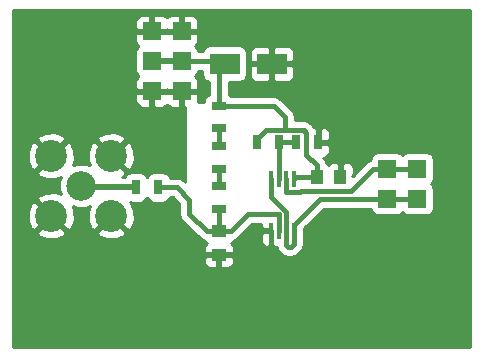
<source format=gbr>
G04 #@! TF.FileFunction,Copper,L2,Bot,Signal*
%FSLAX46Y46*%
G04 Gerber Fmt 4.6, Leading zero omitted, Abs format (unit mm)*
G04 Created by KiCad (PCBNEW 201609251018+7233~55~ubuntu16.04.1-) date Thu Sep 29 16:16:28 2016*
%MOMM*%
%LPD*%
G01*
G04 APERTURE LIST*
%ADD10C,0.100000*%
%ADD11R,0.450000X1.450000*%
%ADD12R,1.000000X1.250000*%
%ADD13R,1.250000X1.000000*%
%ADD14R,2.499360X1.800860*%
%ADD15R,1.524000X1.524000*%
%ADD16C,6.000000*%
%ADD17C,2.500000*%
%ADD18C,2.700000*%
%ADD19R,0.700000X1.300000*%
%ADD20R,1.300000X0.700000*%
%ADD21C,0.800000*%
%ADD22C,0.400000*%
%ADD23C,0.500000*%
%ADD24C,0.300000*%
%ADD25C,0.254000*%
G04 APERTURE END LIST*
D10*
D11*
X111109400Y-85715200D03*
X110459400Y-85715200D03*
X109809400Y-85715200D03*
X109159400Y-85715200D03*
X109159400Y-81315200D03*
X109809400Y-81315200D03*
X110459400Y-81315200D03*
X111109400Y-81315200D03*
D12*
X113046000Y-81178400D03*
X115046000Y-81178400D03*
D13*
X104749600Y-85766400D03*
X104749600Y-87766400D03*
D14*
X109237780Y-71577200D03*
X105239820Y-71577200D03*
D15*
X101625400Y-73888600D03*
X99085400Y-73888600D03*
X101625400Y-71348600D03*
X99085400Y-71348600D03*
X101625400Y-68808600D03*
X99085400Y-68808600D03*
X121539000Y-83007200D03*
X118999000Y-83007200D03*
X121539000Y-80467200D03*
X118999000Y-80467200D03*
D16*
X91440000Y-91440000D03*
X91440000Y-71120000D03*
X121920000Y-71120000D03*
X121920000Y-91440000D03*
D17*
X93091000Y-81915000D03*
D18*
X95631000Y-84455000D03*
X90551000Y-84455000D03*
X90551000Y-79375000D03*
X95631000Y-79375000D03*
D19*
X99629000Y-82042000D03*
X97729000Y-82042000D03*
D20*
X104749600Y-81955600D03*
X104749600Y-83855600D03*
D19*
X107965200Y-78232000D03*
X109865200Y-78232000D03*
X111267200Y-78232000D03*
X113167200Y-78232000D03*
D20*
X104749600Y-75148400D03*
X104749600Y-77048400D03*
X104749600Y-78552000D03*
X104749600Y-80452000D03*
D21*
X102616000Y-87985600D03*
X104698800Y-89560400D03*
X108813600Y-87782400D03*
D22*
X108715201Y-77181999D02*
X110337600Y-77181999D01*
X110337600Y-77181999D02*
X111937201Y-77181999D01*
X104749600Y-75148400D02*
X109387600Y-75148400D01*
X109387600Y-75148400D02*
X110337600Y-76098400D01*
X110337600Y-76098400D02*
X110337600Y-77181999D01*
X107965200Y-77932000D02*
X107965200Y-78232000D01*
X101625400Y-71348600D02*
X105011220Y-71348600D01*
X105011220Y-71348600D02*
X105239820Y-71577200D01*
X104749600Y-75148400D02*
X104749600Y-72067420D01*
X104749600Y-72067420D02*
X105239820Y-71577200D01*
X107965200Y-77932000D02*
X108715201Y-77181999D01*
X111937201Y-77181999D02*
X112166400Y-77411198D01*
X113046000Y-80153400D02*
X113046000Y-81178400D01*
X112166400Y-77411198D02*
X112166400Y-79273800D01*
X112166400Y-79273800D02*
X113046000Y-80153400D01*
X113046000Y-81178400D02*
X111246200Y-81178400D01*
X111246200Y-81178400D02*
X111109400Y-81315200D01*
D23*
X99085400Y-71348600D02*
X101625400Y-71348600D01*
D22*
X104749600Y-87766400D02*
X104749600Y-89509600D01*
X104749600Y-89509600D02*
X104698800Y-89560400D01*
X109159400Y-85715200D02*
X109159400Y-87436600D01*
X109159400Y-87436600D02*
X108813600Y-87782400D01*
X109809400Y-85715200D02*
X109809400Y-84328000D01*
X109809400Y-84328000D02*
X107213000Y-84328000D01*
X107213000Y-84328000D02*
X105774600Y-85766400D01*
X105774600Y-85766400D02*
X104749600Y-85766400D01*
X104749600Y-85766400D02*
X104749600Y-83855600D01*
X102250809Y-83099209D02*
X101193600Y-82042000D01*
X101193600Y-82042000D02*
X99629000Y-82042000D01*
X104749600Y-85766400D02*
X103724600Y-85766400D01*
X103724600Y-85766400D02*
X102250809Y-84292609D01*
X102250809Y-84292609D02*
X102250809Y-83099209D01*
D24*
X104624600Y-85766400D02*
X104749600Y-85766400D01*
D23*
X99645000Y-82058000D02*
X99629000Y-82042000D01*
D22*
X110459400Y-84590200D02*
X110459400Y-85715200D01*
X110459400Y-84129457D02*
X110459400Y-84590200D01*
X109159400Y-82829457D02*
X110459400Y-84129457D01*
X109159400Y-81315200D02*
X109159400Y-82829457D01*
X121539000Y-83007200D02*
X118999000Y-83007200D01*
X118999000Y-83007200D02*
X113317400Y-83007200D01*
X113317400Y-83007200D02*
X111109400Y-85215200D01*
X111109400Y-85215200D02*
X111109400Y-85715200D01*
X110878400Y-87071200D02*
X110585400Y-87071200D01*
X110585400Y-87071200D02*
X110434401Y-86920201D01*
X110434401Y-85740199D02*
X110459400Y-85715200D01*
X110434401Y-86920201D02*
X110434401Y-85740199D01*
X111109400Y-85715200D02*
X111109400Y-86840200D01*
X111109400Y-86840200D02*
X110878400Y-87071200D01*
X118999000Y-80467200D02*
X121539000Y-80467200D01*
X118999000Y-80467200D02*
X117837000Y-80467200D01*
X117837000Y-80467200D02*
X115957400Y-82346800D01*
X111654390Y-82440211D02*
X110459411Y-82440211D01*
X115957400Y-82346800D02*
X111747802Y-82346800D01*
X111747802Y-82346800D02*
X111654390Y-82440211D01*
X110459411Y-82440211D02*
X110459400Y-82440200D01*
X110459400Y-82440200D02*
X110459400Y-81315200D01*
D23*
X97729000Y-82042000D02*
X93218000Y-82042000D01*
X93218000Y-82042000D02*
X93091000Y-81915000D01*
D22*
X109865200Y-78232000D02*
X109809400Y-78287800D01*
X109809400Y-78287800D02*
X109809400Y-81315200D01*
X111267200Y-78232000D02*
X109865200Y-78232000D01*
X104749600Y-81955600D02*
X104749600Y-80452000D01*
X104749600Y-78552000D02*
X104749600Y-77048400D01*
D25*
G36*
X126036000Y-95556000D02*
X87324000Y-95556000D01*
X87324000Y-88052150D01*
X103489600Y-88052150D01*
X103489600Y-88392709D01*
X103586273Y-88626098D01*
X103764901Y-88804727D01*
X103998290Y-88901400D01*
X104463850Y-88901400D01*
X104622600Y-88742650D01*
X104622600Y-87893400D01*
X104876600Y-87893400D01*
X104876600Y-88742650D01*
X105035350Y-88901400D01*
X105500910Y-88901400D01*
X105734299Y-88804727D01*
X105912927Y-88626098D01*
X106009600Y-88392709D01*
X106009600Y-88052150D01*
X105850850Y-87893400D01*
X104876600Y-87893400D01*
X104622600Y-87893400D01*
X103648350Y-87893400D01*
X103489600Y-88052150D01*
X87324000Y-88052150D01*
X87324000Y-85860593D01*
X89325012Y-85860593D01*
X89466478Y-86163782D01*
X90202955Y-86448737D01*
X90992418Y-86430164D01*
X91635522Y-86163782D01*
X91776988Y-85860593D01*
X94405012Y-85860593D01*
X94546478Y-86163782D01*
X95282955Y-86448737D01*
X96072418Y-86430164D01*
X96715522Y-86163782D01*
X96856988Y-85860593D01*
X95631000Y-84634605D01*
X94405012Y-85860593D01*
X91776988Y-85860593D01*
X90551000Y-84634605D01*
X89325012Y-85860593D01*
X87324000Y-85860593D01*
X87324000Y-84106955D01*
X88557263Y-84106955D01*
X88575836Y-84896418D01*
X88842218Y-85539522D01*
X89145407Y-85680988D01*
X90371395Y-84455000D01*
X89145407Y-83229012D01*
X88842218Y-83370478D01*
X88557263Y-84106955D01*
X87324000Y-84106955D01*
X87324000Y-80780593D01*
X89325012Y-80780593D01*
X89466478Y-81083782D01*
X90202955Y-81368737D01*
X90992418Y-81350164D01*
X91345164Y-81204052D01*
X91206328Y-81538405D01*
X91205674Y-82288305D01*
X91349087Y-82635392D01*
X90899045Y-82461263D01*
X90109582Y-82479836D01*
X89466478Y-82746218D01*
X89325012Y-83049407D01*
X90551000Y-84275395D01*
X90565143Y-84261253D01*
X90744748Y-84440858D01*
X90730605Y-84455000D01*
X91956593Y-85680988D01*
X92259782Y-85539522D01*
X92544737Y-84803045D01*
X92526164Y-84013582D01*
X92380052Y-83660836D01*
X92714405Y-83799672D01*
X93464305Y-83800326D01*
X93811392Y-83656913D01*
X93637263Y-84106955D01*
X93655836Y-84896418D01*
X93922218Y-85539522D01*
X94225407Y-85680988D01*
X95451395Y-84455000D01*
X95437253Y-84440858D01*
X95616858Y-84261253D01*
X95631000Y-84275395D01*
X95645143Y-84261253D01*
X95824748Y-84440858D01*
X95810605Y-84455000D01*
X97036593Y-85680988D01*
X97339782Y-85539522D01*
X97624737Y-84803045D01*
X97606164Y-84013582D01*
X97339782Y-83370478D01*
X97194689Y-83302779D01*
X97379000Y-83339440D01*
X98079000Y-83339440D01*
X98326765Y-83290157D01*
X98536809Y-83149809D01*
X98677157Y-82939765D01*
X98679000Y-82930500D01*
X98680843Y-82939765D01*
X98821191Y-83149809D01*
X99031235Y-83290157D01*
X99279000Y-83339440D01*
X99979000Y-83339440D01*
X100226765Y-83290157D01*
X100436809Y-83149809D01*
X100577157Y-82939765D01*
X100589642Y-82877000D01*
X100847732Y-82877000D01*
X101415809Y-83445077D01*
X101415809Y-84292609D01*
X101479370Y-84612150D01*
X101566424Y-84742435D01*
X101660375Y-84883043D01*
X103134166Y-86356834D01*
X103405059Y-86537839D01*
X103563293Y-86569314D01*
X103666791Y-86724209D01*
X103727920Y-86765054D01*
X103586273Y-86906702D01*
X103489600Y-87140091D01*
X103489600Y-87480650D01*
X103648350Y-87639400D01*
X104622600Y-87639400D01*
X104622600Y-87619400D01*
X104876600Y-87619400D01*
X104876600Y-87639400D01*
X105850850Y-87639400D01*
X106009600Y-87480650D01*
X106009600Y-87140091D01*
X105912927Y-86906702D01*
X105771280Y-86765054D01*
X105832409Y-86724209D01*
X105935907Y-86569314D01*
X106094141Y-86537839D01*
X106365034Y-86356834D01*
X107558868Y-85163000D01*
X108299400Y-85163000D01*
X108299400Y-85429450D01*
X108458150Y-85588200D01*
X108936960Y-85588200D01*
X108936960Y-85842200D01*
X108458150Y-85842200D01*
X108299400Y-86000950D01*
X108299400Y-86566509D01*
X108396073Y-86799898D01*
X108574701Y-86978527D01*
X108808090Y-87075200D01*
X108888150Y-87075200D01*
X109046900Y-86916450D01*
X109046900Y-86778744D01*
X109126591Y-86898009D01*
X109336635Y-87038357D01*
X109408003Y-87052553D01*
X109430650Y-87075200D01*
X109510710Y-87075200D01*
X109514327Y-87073702D01*
X109584400Y-87087640D01*
X109632707Y-87087640D01*
X109662962Y-87239742D01*
X109790512Y-87430634D01*
X109843967Y-87510635D01*
X109994966Y-87661634D01*
X110265859Y-87842639D01*
X110585400Y-87906200D01*
X110878400Y-87906200D01*
X111197941Y-87842639D01*
X111468834Y-87661634D01*
X111699834Y-87430634D01*
X111827384Y-87239742D01*
X111880839Y-87159741D01*
X111944400Y-86840200D01*
X111944400Y-86628426D01*
X111981840Y-86440200D01*
X111981840Y-85523628D01*
X113663268Y-83842200D01*
X117604080Y-83842200D01*
X117638843Y-84016965D01*
X117779191Y-84227009D01*
X117989235Y-84367357D01*
X118237000Y-84416640D01*
X119761000Y-84416640D01*
X120008765Y-84367357D01*
X120218809Y-84227009D01*
X120269000Y-84151893D01*
X120319191Y-84227009D01*
X120529235Y-84367357D01*
X120777000Y-84416640D01*
X122301000Y-84416640D01*
X122548765Y-84367357D01*
X122758809Y-84227009D01*
X122899157Y-84016965D01*
X122948440Y-83769200D01*
X122948440Y-82245200D01*
X122899157Y-81997435D01*
X122758809Y-81787391D01*
X122683693Y-81737200D01*
X122758809Y-81687009D01*
X122899157Y-81476965D01*
X122948440Y-81229200D01*
X122948440Y-79705200D01*
X122899157Y-79457435D01*
X122758809Y-79247391D01*
X122548765Y-79107043D01*
X122301000Y-79057760D01*
X120777000Y-79057760D01*
X120529235Y-79107043D01*
X120319191Y-79247391D01*
X120269000Y-79322507D01*
X120218809Y-79247391D01*
X120008765Y-79107043D01*
X119761000Y-79057760D01*
X118237000Y-79057760D01*
X117989235Y-79107043D01*
X117779191Y-79247391D01*
X117638843Y-79457435D01*
X117594485Y-79680439D01*
X117517459Y-79695761D01*
X117246566Y-79876766D01*
X116071934Y-81051398D01*
X116022252Y-81051398D01*
X116181000Y-80892650D01*
X116181000Y-80427090D01*
X116084327Y-80193701D01*
X115905698Y-80015073D01*
X115672309Y-79918400D01*
X115331750Y-79918400D01*
X115173000Y-80077150D01*
X115173000Y-81051400D01*
X115193000Y-81051400D01*
X115193000Y-81305400D01*
X115173000Y-81305400D01*
X115173000Y-81325400D01*
X114919000Y-81325400D01*
X114919000Y-81305400D01*
X114899000Y-81305400D01*
X114899000Y-81051400D01*
X114919000Y-81051400D01*
X114919000Y-80077150D01*
X114760250Y-79918400D01*
X114419691Y-79918400D01*
X114186302Y-80015073D01*
X114044654Y-80156720D01*
X114003809Y-80095591D01*
X113848914Y-79992093D01*
X113817439Y-79833859D01*
X113636434Y-79562966D01*
X113590468Y-79517000D01*
X113643509Y-79517000D01*
X113876898Y-79420327D01*
X114055527Y-79241699D01*
X114152200Y-79008310D01*
X114152200Y-78517750D01*
X113993450Y-78359000D01*
X113294200Y-78359000D01*
X113294200Y-78379000D01*
X113040200Y-78379000D01*
X113040200Y-78359000D01*
X113020200Y-78359000D01*
X113020200Y-78105000D01*
X113040200Y-78105000D01*
X113040200Y-77105750D01*
X113294200Y-77105750D01*
X113294200Y-78105000D01*
X113993450Y-78105000D01*
X114152200Y-77946250D01*
X114152200Y-77455690D01*
X114055527Y-77222301D01*
X113876898Y-77043673D01*
X113643509Y-76947000D01*
X113452950Y-76947000D01*
X113294200Y-77105750D01*
X113040200Y-77105750D01*
X112881450Y-76947000D01*
X112841182Y-76947000D01*
X112756834Y-76820764D01*
X112527635Y-76591565D01*
X112504637Y-76576198D01*
X112256742Y-76410560D01*
X111937201Y-76346999D01*
X111172600Y-76346999D01*
X111172600Y-76098400D01*
X111109039Y-75778859D01*
X110928034Y-75507966D01*
X109978034Y-74557966D01*
X109967062Y-74550635D01*
X109707141Y-74376961D01*
X109387600Y-74313400D01*
X105816715Y-74313400D01*
X105647365Y-74200243D01*
X105584600Y-74187758D01*
X105584600Y-73125070D01*
X106489500Y-73125070D01*
X106737265Y-73075787D01*
X106947309Y-72935439D01*
X107087657Y-72725395D01*
X107136940Y-72477630D01*
X107136940Y-71862950D01*
X107353100Y-71862950D01*
X107353100Y-72603940D01*
X107449773Y-72837329D01*
X107628402Y-73015957D01*
X107861791Y-73112630D01*
X108952030Y-73112630D01*
X109110780Y-72953880D01*
X109110780Y-71704200D01*
X109364780Y-71704200D01*
X109364780Y-72953880D01*
X109523530Y-73112630D01*
X110613769Y-73112630D01*
X110847158Y-73015957D01*
X111025787Y-72837329D01*
X111122460Y-72603940D01*
X111122460Y-71862950D01*
X110963710Y-71704200D01*
X109364780Y-71704200D01*
X109110780Y-71704200D01*
X107511850Y-71704200D01*
X107353100Y-71862950D01*
X107136940Y-71862950D01*
X107136940Y-70676770D01*
X107111816Y-70550460D01*
X107353100Y-70550460D01*
X107353100Y-71291450D01*
X107511850Y-71450200D01*
X109110780Y-71450200D01*
X109110780Y-70200520D01*
X109364780Y-70200520D01*
X109364780Y-71450200D01*
X110963710Y-71450200D01*
X111122460Y-71291450D01*
X111122460Y-70550460D01*
X111025787Y-70317071D01*
X110847158Y-70138443D01*
X110613769Y-70041770D01*
X109523530Y-70041770D01*
X109364780Y-70200520D01*
X109110780Y-70200520D01*
X108952030Y-70041770D01*
X107861791Y-70041770D01*
X107628402Y-70138443D01*
X107449773Y-70317071D01*
X107353100Y-70550460D01*
X107111816Y-70550460D01*
X107087657Y-70429005D01*
X106947309Y-70218961D01*
X106737265Y-70078613D01*
X106489500Y-70029330D01*
X103990140Y-70029330D01*
X103742375Y-70078613D01*
X103532331Y-70218961D01*
X103391983Y-70429005D01*
X103375156Y-70513600D01*
X103020320Y-70513600D01*
X102985557Y-70338835D01*
X102845209Y-70128791D01*
X102774488Y-70081537D01*
X102925727Y-69930299D01*
X103022400Y-69696910D01*
X103022400Y-69094350D01*
X102863650Y-68935600D01*
X101752400Y-68935600D01*
X101752400Y-68955600D01*
X101498400Y-68955600D01*
X101498400Y-68935600D01*
X100387150Y-68935600D01*
X100355400Y-68967350D01*
X100323650Y-68935600D01*
X99212400Y-68935600D01*
X99212400Y-68955600D01*
X98958400Y-68955600D01*
X98958400Y-68935600D01*
X97847150Y-68935600D01*
X97688400Y-69094350D01*
X97688400Y-69696910D01*
X97785073Y-69930299D01*
X97936312Y-70081537D01*
X97865591Y-70128791D01*
X97725243Y-70338835D01*
X97675960Y-70586600D01*
X97675960Y-72110600D01*
X97725243Y-72358365D01*
X97865591Y-72568409D01*
X97936312Y-72615663D01*
X97785073Y-72766901D01*
X97688400Y-73000290D01*
X97688400Y-73602850D01*
X97847150Y-73761600D01*
X98958400Y-73761600D01*
X98958400Y-73741600D01*
X99212400Y-73741600D01*
X99212400Y-73761600D01*
X100323650Y-73761600D01*
X100355400Y-73729850D01*
X100387150Y-73761600D01*
X101498400Y-73761600D01*
X101498400Y-73741600D01*
X101752400Y-73741600D01*
X101752400Y-73761600D01*
X102863650Y-73761600D01*
X103022400Y-73602850D01*
X103022400Y-73000290D01*
X102925727Y-72766901D01*
X102774488Y-72615663D01*
X102845209Y-72568409D01*
X102985557Y-72358365D01*
X103020320Y-72183600D01*
X103342700Y-72183600D01*
X103342700Y-72477630D01*
X103391983Y-72725395D01*
X103532331Y-72935439D01*
X103742375Y-73075787D01*
X103914600Y-73110044D01*
X103914600Y-74187758D01*
X103851835Y-74200243D01*
X103641791Y-74340591D01*
X103501443Y-74550635D01*
X103452160Y-74798400D01*
X103452160Y-74853800D01*
X102990551Y-74853800D01*
X103022400Y-74776910D01*
X103022400Y-74174350D01*
X102863650Y-74015600D01*
X101752400Y-74015600D01*
X101752400Y-75126850D01*
X101879400Y-75253850D01*
X101879400Y-81546932D01*
X101784034Y-81451566D01*
X101694887Y-81392000D01*
X101513141Y-81270561D01*
X101193600Y-81207000D01*
X100589642Y-81207000D01*
X100577157Y-81144235D01*
X100436809Y-80934191D01*
X100226765Y-80793843D01*
X99979000Y-80744560D01*
X99279000Y-80744560D01*
X99031235Y-80793843D01*
X98821191Y-80934191D01*
X98680843Y-81144235D01*
X98679000Y-81153500D01*
X98677157Y-81144235D01*
X98536809Y-80934191D01*
X98326765Y-80793843D01*
X98079000Y-80744560D01*
X97379000Y-80744560D01*
X97131235Y-80793843D01*
X96921191Y-80934191D01*
X96780843Y-81144235D01*
X96778304Y-81157000D01*
X96538758Y-81157000D01*
X96715522Y-81083782D01*
X96856988Y-80780593D01*
X95631000Y-79554605D01*
X95616858Y-79568748D01*
X95437253Y-79389143D01*
X95451395Y-79375000D01*
X95810605Y-79375000D01*
X97036593Y-80600988D01*
X97339782Y-80459522D01*
X97624737Y-79723045D01*
X97606164Y-78933582D01*
X97339782Y-78290478D01*
X97036593Y-78149012D01*
X95810605Y-79375000D01*
X95451395Y-79375000D01*
X94225407Y-78149012D01*
X93922218Y-78290478D01*
X93637263Y-79026955D01*
X93655836Y-79816418D01*
X93801948Y-80169164D01*
X93467595Y-80030328D01*
X92717695Y-80029674D01*
X92370608Y-80173087D01*
X92544737Y-79723045D01*
X92526164Y-78933582D01*
X92259782Y-78290478D01*
X91956593Y-78149012D01*
X90730605Y-79375000D01*
X90744748Y-79389143D01*
X90565143Y-79568748D01*
X90551000Y-79554605D01*
X89325012Y-80780593D01*
X87324000Y-80780593D01*
X87324000Y-79026955D01*
X88557263Y-79026955D01*
X88575836Y-79816418D01*
X88842218Y-80459522D01*
X89145407Y-80600988D01*
X90371395Y-79375000D01*
X89145407Y-78149012D01*
X88842218Y-78290478D01*
X88557263Y-79026955D01*
X87324000Y-79026955D01*
X87324000Y-77969407D01*
X89325012Y-77969407D01*
X90551000Y-79195395D01*
X91776988Y-77969407D01*
X94405012Y-77969407D01*
X95631000Y-79195395D01*
X96856988Y-77969407D01*
X96715522Y-77666218D01*
X95979045Y-77381263D01*
X95189582Y-77399836D01*
X94546478Y-77666218D01*
X94405012Y-77969407D01*
X91776988Y-77969407D01*
X91635522Y-77666218D01*
X90899045Y-77381263D01*
X90109582Y-77399836D01*
X89466478Y-77666218D01*
X89325012Y-77969407D01*
X87324000Y-77969407D01*
X87324000Y-74174350D01*
X97688400Y-74174350D01*
X97688400Y-74776910D01*
X97785073Y-75010299D01*
X97963702Y-75188927D01*
X98197091Y-75285600D01*
X98799650Y-75285600D01*
X98958400Y-75126850D01*
X98958400Y-74015600D01*
X99212400Y-74015600D01*
X99212400Y-75126850D01*
X99371150Y-75285600D01*
X99973709Y-75285600D01*
X100207098Y-75188927D01*
X100355400Y-75040626D01*
X100503702Y-75188927D01*
X100737091Y-75285600D01*
X101339650Y-75285600D01*
X101498400Y-75126850D01*
X101498400Y-74015600D01*
X100387150Y-74015600D01*
X100355400Y-74047350D01*
X100323650Y-74015600D01*
X99212400Y-74015600D01*
X98958400Y-74015600D01*
X97847150Y-74015600D01*
X97688400Y-74174350D01*
X87324000Y-74174350D01*
X87324000Y-67920290D01*
X97688400Y-67920290D01*
X97688400Y-68522850D01*
X97847150Y-68681600D01*
X98958400Y-68681600D01*
X98958400Y-67570350D01*
X99212400Y-67570350D01*
X99212400Y-68681600D01*
X100323650Y-68681600D01*
X100355400Y-68649850D01*
X100387150Y-68681600D01*
X101498400Y-68681600D01*
X101498400Y-67570350D01*
X101752400Y-67570350D01*
X101752400Y-68681600D01*
X102863650Y-68681600D01*
X103022400Y-68522850D01*
X103022400Y-67920290D01*
X102925727Y-67686901D01*
X102747098Y-67508273D01*
X102513709Y-67411600D01*
X101911150Y-67411600D01*
X101752400Y-67570350D01*
X101498400Y-67570350D01*
X101339650Y-67411600D01*
X100737091Y-67411600D01*
X100503702Y-67508273D01*
X100355400Y-67656574D01*
X100207098Y-67508273D01*
X99973709Y-67411600D01*
X99371150Y-67411600D01*
X99212400Y-67570350D01*
X98958400Y-67570350D01*
X98799650Y-67411600D01*
X98197091Y-67411600D01*
X97963702Y-67508273D01*
X97785073Y-67686901D01*
X97688400Y-67920290D01*
X87324000Y-67920290D01*
X87324000Y-67004000D01*
X126036000Y-67004000D01*
X126036000Y-95556000D01*
X126036000Y-95556000D01*
G37*
X126036000Y-95556000D02*
X87324000Y-95556000D01*
X87324000Y-88052150D01*
X103489600Y-88052150D01*
X103489600Y-88392709D01*
X103586273Y-88626098D01*
X103764901Y-88804727D01*
X103998290Y-88901400D01*
X104463850Y-88901400D01*
X104622600Y-88742650D01*
X104622600Y-87893400D01*
X104876600Y-87893400D01*
X104876600Y-88742650D01*
X105035350Y-88901400D01*
X105500910Y-88901400D01*
X105734299Y-88804727D01*
X105912927Y-88626098D01*
X106009600Y-88392709D01*
X106009600Y-88052150D01*
X105850850Y-87893400D01*
X104876600Y-87893400D01*
X104622600Y-87893400D01*
X103648350Y-87893400D01*
X103489600Y-88052150D01*
X87324000Y-88052150D01*
X87324000Y-85860593D01*
X89325012Y-85860593D01*
X89466478Y-86163782D01*
X90202955Y-86448737D01*
X90992418Y-86430164D01*
X91635522Y-86163782D01*
X91776988Y-85860593D01*
X94405012Y-85860593D01*
X94546478Y-86163782D01*
X95282955Y-86448737D01*
X96072418Y-86430164D01*
X96715522Y-86163782D01*
X96856988Y-85860593D01*
X95631000Y-84634605D01*
X94405012Y-85860593D01*
X91776988Y-85860593D01*
X90551000Y-84634605D01*
X89325012Y-85860593D01*
X87324000Y-85860593D01*
X87324000Y-84106955D01*
X88557263Y-84106955D01*
X88575836Y-84896418D01*
X88842218Y-85539522D01*
X89145407Y-85680988D01*
X90371395Y-84455000D01*
X89145407Y-83229012D01*
X88842218Y-83370478D01*
X88557263Y-84106955D01*
X87324000Y-84106955D01*
X87324000Y-80780593D01*
X89325012Y-80780593D01*
X89466478Y-81083782D01*
X90202955Y-81368737D01*
X90992418Y-81350164D01*
X91345164Y-81204052D01*
X91206328Y-81538405D01*
X91205674Y-82288305D01*
X91349087Y-82635392D01*
X90899045Y-82461263D01*
X90109582Y-82479836D01*
X89466478Y-82746218D01*
X89325012Y-83049407D01*
X90551000Y-84275395D01*
X90565143Y-84261253D01*
X90744748Y-84440858D01*
X90730605Y-84455000D01*
X91956593Y-85680988D01*
X92259782Y-85539522D01*
X92544737Y-84803045D01*
X92526164Y-84013582D01*
X92380052Y-83660836D01*
X92714405Y-83799672D01*
X93464305Y-83800326D01*
X93811392Y-83656913D01*
X93637263Y-84106955D01*
X93655836Y-84896418D01*
X93922218Y-85539522D01*
X94225407Y-85680988D01*
X95451395Y-84455000D01*
X95437253Y-84440858D01*
X95616858Y-84261253D01*
X95631000Y-84275395D01*
X95645143Y-84261253D01*
X95824748Y-84440858D01*
X95810605Y-84455000D01*
X97036593Y-85680988D01*
X97339782Y-85539522D01*
X97624737Y-84803045D01*
X97606164Y-84013582D01*
X97339782Y-83370478D01*
X97194689Y-83302779D01*
X97379000Y-83339440D01*
X98079000Y-83339440D01*
X98326765Y-83290157D01*
X98536809Y-83149809D01*
X98677157Y-82939765D01*
X98679000Y-82930500D01*
X98680843Y-82939765D01*
X98821191Y-83149809D01*
X99031235Y-83290157D01*
X99279000Y-83339440D01*
X99979000Y-83339440D01*
X100226765Y-83290157D01*
X100436809Y-83149809D01*
X100577157Y-82939765D01*
X100589642Y-82877000D01*
X100847732Y-82877000D01*
X101415809Y-83445077D01*
X101415809Y-84292609D01*
X101479370Y-84612150D01*
X101566424Y-84742435D01*
X101660375Y-84883043D01*
X103134166Y-86356834D01*
X103405059Y-86537839D01*
X103563293Y-86569314D01*
X103666791Y-86724209D01*
X103727920Y-86765054D01*
X103586273Y-86906702D01*
X103489600Y-87140091D01*
X103489600Y-87480650D01*
X103648350Y-87639400D01*
X104622600Y-87639400D01*
X104622600Y-87619400D01*
X104876600Y-87619400D01*
X104876600Y-87639400D01*
X105850850Y-87639400D01*
X106009600Y-87480650D01*
X106009600Y-87140091D01*
X105912927Y-86906702D01*
X105771280Y-86765054D01*
X105832409Y-86724209D01*
X105935907Y-86569314D01*
X106094141Y-86537839D01*
X106365034Y-86356834D01*
X107558868Y-85163000D01*
X108299400Y-85163000D01*
X108299400Y-85429450D01*
X108458150Y-85588200D01*
X108936960Y-85588200D01*
X108936960Y-85842200D01*
X108458150Y-85842200D01*
X108299400Y-86000950D01*
X108299400Y-86566509D01*
X108396073Y-86799898D01*
X108574701Y-86978527D01*
X108808090Y-87075200D01*
X108888150Y-87075200D01*
X109046900Y-86916450D01*
X109046900Y-86778744D01*
X109126591Y-86898009D01*
X109336635Y-87038357D01*
X109408003Y-87052553D01*
X109430650Y-87075200D01*
X109510710Y-87075200D01*
X109514327Y-87073702D01*
X109584400Y-87087640D01*
X109632707Y-87087640D01*
X109662962Y-87239742D01*
X109790512Y-87430634D01*
X109843967Y-87510635D01*
X109994966Y-87661634D01*
X110265859Y-87842639D01*
X110585400Y-87906200D01*
X110878400Y-87906200D01*
X111197941Y-87842639D01*
X111468834Y-87661634D01*
X111699834Y-87430634D01*
X111827384Y-87239742D01*
X111880839Y-87159741D01*
X111944400Y-86840200D01*
X111944400Y-86628426D01*
X111981840Y-86440200D01*
X111981840Y-85523628D01*
X113663268Y-83842200D01*
X117604080Y-83842200D01*
X117638843Y-84016965D01*
X117779191Y-84227009D01*
X117989235Y-84367357D01*
X118237000Y-84416640D01*
X119761000Y-84416640D01*
X120008765Y-84367357D01*
X120218809Y-84227009D01*
X120269000Y-84151893D01*
X120319191Y-84227009D01*
X120529235Y-84367357D01*
X120777000Y-84416640D01*
X122301000Y-84416640D01*
X122548765Y-84367357D01*
X122758809Y-84227009D01*
X122899157Y-84016965D01*
X122948440Y-83769200D01*
X122948440Y-82245200D01*
X122899157Y-81997435D01*
X122758809Y-81787391D01*
X122683693Y-81737200D01*
X122758809Y-81687009D01*
X122899157Y-81476965D01*
X122948440Y-81229200D01*
X122948440Y-79705200D01*
X122899157Y-79457435D01*
X122758809Y-79247391D01*
X122548765Y-79107043D01*
X122301000Y-79057760D01*
X120777000Y-79057760D01*
X120529235Y-79107043D01*
X120319191Y-79247391D01*
X120269000Y-79322507D01*
X120218809Y-79247391D01*
X120008765Y-79107043D01*
X119761000Y-79057760D01*
X118237000Y-79057760D01*
X117989235Y-79107043D01*
X117779191Y-79247391D01*
X117638843Y-79457435D01*
X117594485Y-79680439D01*
X117517459Y-79695761D01*
X117246566Y-79876766D01*
X116071934Y-81051398D01*
X116022252Y-81051398D01*
X116181000Y-80892650D01*
X116181000Y-80427090D01*
X116084327Y-80193701D01*
X115905698Y-80015073D01*
X115672309Y-79918400D01*
X115331750Y-79918400D01*
X115173000Y-80077150D01*
X115173000Y-81051400D01*
X115193000Y-81051400D01*
X115193000Y-81305400D01*
X115173000Y-81305400D01*
X115173000Y-81325400D01*
X114919000Y-81325400D01*
X114919000Y-81305400D01*
X114899000Y-81305400D01*
X114899000Y-81051400D01*
X114919000Y-81051400D01*
X114919000Y-80077150D01*
X114760250Y-79918400D01*
X114419691Y-79918400D01*
X114186302Y-80015073D01*
X114044654Y-80156720D01*
X114003809Y-80095591D01*
X113848914Y-79992093D01*
X113817439Y-79833859D01*
X113636434Y-79562966D01*
X113590468Y-79517000D01*
X113643509Y-79517000D01*
X113876898Y-79420327D01*
X114055527Y-79241699D01*
X114152200Y-79008310D01*
X114152200Y-78517750D01*
X113993450Y-78359000D01*
X113294200Y-78359000D01*
X113294200Y-78379000D01*
X113040200Y-78379000D01*
X113040200Y-78359000D01*
X113020200Y-78359000D01*
X113020200Y-78105000D01*
X113040200Y-78105000D01*
X113040200Y-77105750D01*
X113294200Y-77105750D01*
X113294200Y-78105000D01*
X113993450Y-78105000D01*
X114152200Y-77946250D01*
X114152200Y-77455690D01*
X114055527Y-77222301D01*
X113876898Y-77043673D01*
X113643509Y-76947000D01*
X113452950Y-76947000D01*
X113294200Y-77105750D01*
X113040200Y-77105750D01*
X112881450Y-76947000D01*
X112841182Y-76947000D01*
X112756834Y-76820764D01*
X112527635Y-76591565D01*
X112504637Y-76576198D01*
X112256742Y-76410560D01*
X111937201Y-76346999D01*
X111172600Y-76346999D01*
X111172600Y-76098400D01*
X111109039Y-75778859D01*
X110928034Y-75507966D01*
X109978034Y-74557966D01*
X109967062Y-74550635D01*
X109707141Y-74376961D01*
X109387600Y-74313400D01*
X105816715Y-74313400D01*
X105647365Y-74200243D01*
X105584600Y-74187758D01*
X105584600Y-73125070D01*
X106489500Y-73125070D01*
X106737265Y-73075787D01*
X106947309Y-72935439D01*
X107087657Y-72725395D01*
X107136940Y-72477630D01*
X107136940Y-71862950D01*
X107353100Y-71862950D01*
X107353100Y-72603940D01*
X107449773Y-72837329D01*
X107628402Y-73015957D01*
X107861791Y-73112630D01*
X108952030Y-73112630D01*
X109110780Y-72953880D01*
X109110780Y-71704200D01*
X109364780Y-71704200D01*
X109364780Y-72953880D01*
X109523530Y-73112630D01*
X110613769Y-73112630D01*
X110847158Y-73015957D01*
X111025787Y-72837329D01*
X111122460Y-72603940D01*
X111122460Y-71862950D01*
X110963710Y-71704200D01*
X109364780Y-71704200D01*
X109110780Y-71704200D01*
X107511850Y-71704200D01*
X107353100Y-71862950D01*
X107136940Y-71862950D01*
X107136940Y-70676770D01*
X107111816Y-70550460D01*
X107353100Y-70550460D01*
X107353100Y-71291450D01*
X107511850Y-71450200D01*
X109110780Y-71450200D01*
X109110780Y-70200520D01*
X109364780Y-70200520D01*
X109364780Y-71450200D01*
X110963710Y-71450200D01*
X111122460Y-71291450D01*
X111122460Y-70550460D01*
X111025787Y-70317071D01*
X110847158Y-70138443D01*
X110613769Y-70041770D01*
X109523530Y-70041770D01*
X109364780Y-70200520D01*
X109110780Y-70200520D01*
X108952030Y-70041770D01*
X107861791Y-70041770D01*
X107628402Y-70138443D01*
X107449773Y-70317071D01*
X107353100Y-70550460D01*
X107111816Y-70550460D01*
X107087657Y-70429005D01*
X106947309Y-70218961D01*
X106737265Y-70078613D01*
X106489500Y-70029330D01*
X103990140Y-70029330D01*
X103742375Y-70078613D01*
X103532331Y-70218961D01*
X103391983Y-70429005D01*
X103375156Y-70513600D01*
X103020320Y-70513600D01*
X102985557Y-70338835D01*
X102845209Y-70128791D01*
X102774488Y-70081537D01*
X102925727Y-69930299D01*
X103022400Y-69696910D01*
X103022400Y-69094350D01*
X102863650Y-68935600D01*
X101752400Y-68935600D01*
X101752400Y-68955600D01*
X101498400Y-68955600D01*
X101498400Y-68935600D01*
X100387150Y-68935600D01*
X100355400Y-68967350D01*
X100323650Y-68935600D01*
X99212400Y-68935600D01*
X99212400Y-68955600D01*
X98958400Y-68955600D01*
X98958400Y-68935600D01*
X97847150Y-68935600D01*
X97688400Y-69094350D01*
X97688400Y-69696910D01*
X97785073Y-69930299D01*
X97936312Y-70081537D01*
X97865591Y-70128791D01*
X97725243Y-70338835D01*
X97675960Y-70586600D01*
X97675960Y-72110600D01*
X97725243Y-72358365D01*
X97865591Y-72568409D01*
X97936312Y-72615663D01*
X97785073Y-72766901D01*
X97688400Y-73000290D01*
X97688400Y-73602850D01*
X97847150Y-73761600D01*
X98958400Y-73761600D01*
X98958400Y-73741600D01*
X99212400Y-73741600D01*
X99212400Y-73761600D01*
X100323650Y-73761600D01*
X100355400Y-73729850D01*
X100387150Y-73761600D01*
X101498400Y-73761600D01*
X101498400Y-73741600D01*
X101752400Y-73741600D01*
X101752400Y-73761600D01*
X102863650Y-73761600D01*
X103022400Y-73602850D01*
X103022400Y-73000290D01*
X102925727Y-72766901D01*
X102774488Y-72615663D01*
X102845209Y-72568409D01*
X102985557Y-72358365D01*
X103020320Y-72183600D01*
X103342700Y-72183600D01*
X103342700Y-72477630D01*
X103391983Y-72725395D01*
X103532331Y-72935439D01*
X103742375Y-73075787D01*
X103914600Y-73110044D01*
X103914600Y-74187758D01*
X103851835Y-74200243D01*
X103641791Y-74340591D01*
X103501443Y-74550635D01*
X103452160Y-74798400D01*
X103452160Y-74853800D01*
X102990551Y-74853800D01*
X103022400Y-74776910D01*
X103022400Y-74174350D01*
X102863650Y-74015600D01*
X101752400Y-74015600D01*
X101752400Y-75126850D01*
X101879400Y-75253850D01*
X101879400Y-81546932D01*
X101784034Y-81451566D01*
X101694887Y-81392000D01*
X101513141Y-81270561D01*
X101193600Y-81207000D01*
X100589642Y-81207000D01*
X100577157Y-81144235D01*
X100436809Y-80934191D01*
X100226765Y-80793843D01*
X99979000Y-80744560D01*
X99279000Y-80744560D01*
X99031235Y-80793843D01*
X98821191Y-80934191D01*
X98680843Y-81144235D01*
X98679000Y-81153500D01*
X98677157Y-81144235D01*
X98536809Y-80934191D01*
X98326765Y-80793843D01*
X98079000Y-80744560D01*
X97379000Y-80744560D01*
X97131235Y-80793843D01*
X96921191Y-80934191D01*
X96780843Y-81144235D01*
X96778304Y-81157000D01*
X96538758Y-81157000D01*
X96715522Y-81083782D01*
X96856988Y-80780593D01*
X95631000Y-79554605D01*
X95616858Y-79568748D01*
X95437253Y-79389143D01*
X95451395Y-79375000D01*
X95810605Y-79375000D01*
X97036593Y-80600988D01*
X97339782Y-80459522D01*
X97624737Y-79723045D01*
X97606164Y-78933582D01*
X97339782Y-78290478D01*
X97036593Y-78149012D01*
X95810605Y-79375000D01*
X95451395Y-79375000D01*
X94225407Y-78149012D01*
X93922218Y-78290478D01*
X93637263Y-79026955D01*
X93655836Y-79816418D01*
X93801948Y-80169164D01*
X93467595Y-80030328D01*
X92717695Y-80029674D01*
X92370608Y-80173087D01*
X92544737Y-79723045D01*
X92526164Y-78933582D01*
X92259782Y-78290478D01*
X91956593Y-78149012D01*
X90730605Y-79375000D01*
X90744748Y-79389143D01*
X90565143Y-79568748D01*
X90551000Y-79554605D01*
X89325012Y-80780593D01*
X87324000Y-80780593D01*
X87324000Y-79026955D01*
X88557263Y-79026955D01*
X88575836Y-79816418D01*
X88842218Y-80459522D01*
X89145407Y-80600988D01*
X90371395Y-79375000D01*
X89145407Y-78149012D01*
X88842218Y-78290478D01*
X88557263Y-79026955D01*
X87324000Y-79026955D01*
X87324000Y-77969407D01*
X89325012Y-77969407D01*
X90551000Y-79195395D01*
X91776988Y-77969407D01*
X94405012Y-77969407D01*
X95631000Y-79195395D01*
X96856988Y-77969407D01*
X96715522Y-77666218D01*
X95979045Y-77381263D01*
X95189582Y-77399836D01*
X94546478Y-77666218D01*
X94405012Y-77969407D01*
X91776988Y-77969407D01*
X91635522Y-77666218D01*
X90899045Y-77381263D01*
X90109582Y-77399836D01*
X89466478Y-77666218D01*
X89325012Y-77969407D01*
X87324000Y-77969407D01*
X87324000Y-74174350D01*
X97688400Y-74174350D01*
X97688400Y-74776910D01*
X97785073Y-75010299D01*
X97963702Y-75188927D01*
X98197091Y-75285600D01*
X98799650Y-75285600D01*
X98958400Y-75126850D01*
X98958400Y-74015600D01*
X99212400Y-74015600D01*
X99212400Y-75126850D01*
X99371150Y-75285600D01*
X99973709Y-75285600D01*
X100207098Y-75188927D01*
X100355400Y-75040626D01*
X100503702Y-75188927D01*
X100737091Y-75285600D01*
X101339650Y-75285600D01*
X101498400Y-75126850D01*
X101498400Y-74015600D01*
X100387150Y-74015600D01*
X100355400Y-74047350D01*
X100323650Y-74015600D01*
X99212400Y-74015600D01*
X98958400Y-74015600D01*
X97847150Y-74015600D01*
X97688400Y-74174350D01*
X87324000Y-74174350D01*
X87324000Y-67920290D01*
X97688400Y-67920290D01*
X97688400Y-68522850D01*
X97847150Y-68681600D01*
X98958400Y-68681600D01*
X98958400Y-67570350D01*
X99212400Y-67570350D01*
X99212400Y-68681600D01*
X100323650Y-68681600D01*
X100355400Y-68649850D01*
X100387150Y-68681600D01*
X101498400Y-68681600D01*
X101498400Y-67570350D01*
X101752400Y-67570350D01*
X101752400Y-68681600D01*
X102863650Y-68681600D01*
X103022400Y-68522850D01*
X103022400Y-67920290D01*
X102925727Y-67686901D01*
X102747098Y-67508273D01*
X102513709Y-67411600D01*
X101911150Y-67411600D01*
X101752400Y-67570350D01*
X101498400Y-67570350D01*
X101339650Y-67411600D01*
X100737091Y-67411600D01*
X100503702Y-67508273D01*
X100355400Y-67656574D01*
X100207098Y-67508273D01*
X99973709Y-67411600D01*
X99371150Y-67411600D01*
X99212400Y-67570350D01*
X98958400Y-67570350D01*
X98799650Y-67411600D01*
X98197091Y-67411600D01*
X97963702Y-67508273D01*
X97785073Y-67686901D01*
X97688400Y-67920290D01*
X87324000Y-67920290D01*
X87324000Y-67004000D01*
X126036000Y-67004000D01*
X126036000Y-95556000D01*
M02*

</source>
